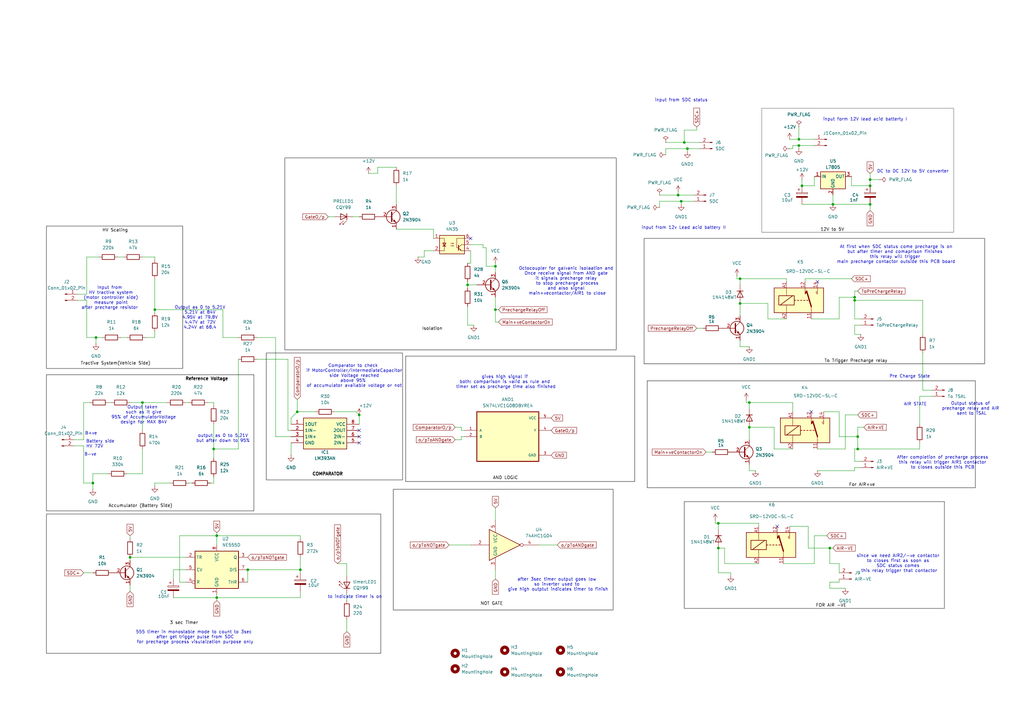
<source format=kicad_sch>
(kicad_sch (version 20231120) (generator "eeschema") (generator_version "8.0")
  (paper "A3")
  (junction (at 307.34 175.26))
  (junction (at 191.77 116.84))
  (junction (at 280.67 58.42))
  (junction (at 63.5 127))
  (junction (at 294.64 224.79))
  (junction (at 307.34 165.1))
  (junction (at 303.53 114.3))
  (junction (at 58.42 165.1))
  (junction (at 356.87 83.82))
  (junction (at 281.94 60.96))
  (junction (at 356.87 76.2))
  (junction (at 87.63 184.15))
  (junction (at 340.36 224.79))
  (junction (at 121.92 168.91))
  (junction (at 327.66 59.69))
  (junction (at 53.34 228.6))
  (junction (at 351.79 184.15))
  (junction (at 203.2 109.22))
  (junction (at 203.2 127))
  (junction (at 278.13 80.01))
  (junction (at 341.63 83.82))
  (junction (at 351.79 179.07))
  (junction (at 123.19 233.68))
  (junction (at 328.93 76.2))
  (junction (at 101.6 233.68))
  (junction (at 88.9 245.11))
  (junction (at 147.32 170.18))
  (junction (at 279.4 82.55))
  (junction (at 294.64 214.63))
  (junction (at 356.87 73.66))
  (junction (at 88.9 219.71))
  (junction (at 327.66 57.15))
  (junction (at 38.1 198.12))
  (junction (at 350.52 121.92))
  (junction (at 350.52 123.19))
  (junction (at 39.37 138.43))
  (junction (at 303.53 124.46))
  (no_connect (at 332.74 168.91))
  (no_connect (at 147.32 176.53))
  (no_connect (at 147.32 181.61))
  (no_connect (at 147.32 179.07))
  (no_connect (at 318.77 215.9))
  (no_connect (at 193.04 97.79))
  (no_connect (at 335.28 115.57))
  (wire (pts (xy 189.23 176.53) (xy 190.5 176.53)))
  (wire (pts (xy 327.66 59.69) (xy 334.01 59.69)))
  (wire (pts (xy 327.66 57.15) (xy 334.01 57.15)))
  (wire (pts (xy 344.17 231.14) (xy 344.17 234.95)))
  (wire (pts (xy 350.52 191.77) (xy 353.06 191.77)))
  (wire (pts (xy 317.5 184.15) (xy 325.12 184.15)))
  (wire (pts (xy 349.25 76.2) (xy 356.87 76.2)))
  (wire (pts (xy 137.16 168.91) (xy 146.05 168.91)))
  (wire (pts (xy 331.47 224.79) (xy 340.36 224.79)))
  (wire (pts (xy 35.56 123.19) (xy 35.56 138.43)))
  (wire (pts (xy 302.26 113.03) (xy 302.26 114.3)))
  (wire (pts (xy 341.63 224.79) (xy 340.36 224.79)))
  (wire (pts (xy 346.71 241.3) (xy 340.36 241.3)))
  (wire (pts (xy 113.03 179.07) (xy 119.38 179.07)))
  (wire (pts (xy 273.05 60.96) (xy 281.94 60.96)))
  (wire (pts (xy 49.53 138.43) (xy 52.07 138.43)))
  (wire (pts (xy 88.9 246.38) (xy 88.9 245.11)))
  (wire (pts (xy 88.9 245.11) (xy 88.9 243.84)))
  (wire (pts (xy 97.79 147.32) (xy 97.79 184.15)))
  (wire (pts (xy 177.8 93.98) (xy 177.8 97.79)))
  (wire (pts (xy 204.47 132.08) (xy 203.2 132.08)))
  (wire (pts (xy 314.96 130.81) (xy 322.58 130.81)))
  (wire (pts (xy 30.48 182.88) (xy 34.29 182.88)))
  (wire (pts (xy 344.17 179.07) (xy 351.79 179.07)))
  (wire (pts (xy 34.29 234.95) (xy 38.1 234.95)))
  (wire (pts (xy 307.34 175.26) (xy 307.34 180.34)))
  (wire (pts (xy 314.96 124.46) (xy 314.96 130.81)))
  (wire (pts (xy 31.75 123.19) (xy 35.56 123.19)))
  (wire (pts (xy 325.12 59.69) (xy 327.66 59.69)))
  (wire (pts (xy 321.31 231.14) (xy 334.01 231.14)))
  (wire (pts (xy 340.36 231.14) (xy 340.36 224.79)))
  (wire (pts (xy 123.19 242.57) (xy 123.19 245.11)))
  (wire (pts (xy 87.63 173.99) (xy 87.63 184.15)))
  (wire (pts (xy 311.15 214.63) (xy 311.15 215.9)))
  (wire (pts (xy 186.69 175.26) (xy 189.23 175.26)))
  (wire (pts (xy 378.46 123.19) (xy 378.46 137.16)))
  (wire (pts (xy 353.06 130.81) (xy 350.52 130.81)))
  (wire (pts (xy 38.1 198.12) (xy 38.1 200.66)))
  (wire (pts (xy 279.4 82.55) (xy 284.48 82.55)))
  (wire (pts (xy 297.18 224.79) (xy 294.64 224.79)))
  (wire (pts (xy 184.15 223.52) (xy 193.04 223.52)))
  (wire (pts (xy 58.42 105.41) (xy 63.5 105.41)))
  (wire (pts (xy 198.12 101.6) (xy 199.39 101.6)))
  (wire (pts (xy 123.19 233.68) (xy 123.19 234.95)))
  (wire (pts (xy 71.12 233.68) (xy 76.2 233.68)))
  (wire (pts (xy 302.26 114.3) (xy 303.53 114.3)))
  (wire (pts (xy 323.85 60.96) (xy 325.12 60.96)))
  (wire (pts (xy 199.39 109.22) (xy 203.2 109.22)))
  (wire (pts (xy 198.12 100.33) (xy 198.12 101.6)))
  (wire (pts (xy 173.99 102.87) (xy 177.8 102.87)))
  (wire (pts (xy 307.34 193.04) (xy 309.88 193.04)))
  (wire (pts (xy 317.5 175.26) (xy 317.5 184.15)))
  (wire (pts (xy 189.23 175.26) (xy 189.23 176.53)))
  (wire (pts (xy 334.01 219.71) (xy 339.09 219.71)))
  (wire (pts (xy 73.66 219.71) (xy 73.66 238.76)))
  (wire (pts (xy 351.79 184.15) (xy 351.79 179.07)))
  (wire (pts (xy 344.17 121.92) (xy 350.52 121.92)))
  (wire (pts (xy 356.87 83.82) (xy 356.87 86.36)))
  (wire (pts (xy 346.71 170.18) (xy 351.79 170.18)))
  (wire (pts (xy 335.28 193.04) (xy 350.52 193.04)))
  (wire (pts (xy 356.87 73.66) (xy 356.87 76.2)))
  (wire (pts (xy 189.23 180.34) (xy 186.69 180.34)))
  (wire (pts (xy 63.5 105.41) (xy 63.5 106.68)))
  (wire (pts (xy 87.63 184.15) (xy 97.79 184.15)))
  (wire (pts (xy 341.63 83.82) (xy 356.87 83.82)))
  (wire (pts (xy 293.37 213.36) (xy 293.37 214.63)))
  (wire (pts (xy 350.52 123.19) (xy 350.52 130.81)))
  (wire (pts (xy 71.12 245.11) (xy 88.9 245.11)))
  (wire (pts (xy 377.19 184.15) (xy 377.19 181.61)))
  (wire (pts (xy 303.53 114.3) (xy 303.53 116.84)))
  (wire (pts (xy 360.68 73.66) (xy 356.87 73.66)))
  (wire (pts (xy 162.56 76.2) (xy 162.56 83.82)))
  (wire (pts (xy 281.94 60.96) (xy 287.02 60.96)))
  (wire (pts (xy 344.17 130.81) (xy 344.17 121.92)))
  (wire (pts (xy 203.2 107.95) (xy 203.2 109.22)))
  (wire (pts (xy 194.31 133.35) (xy 191.77 133.35)))
  (wire (pts (xy 146.05 168.91) (xy 147.32 170.18)))
  (wire (pts (xy 353.06 189.23) (xy 350.52 189.23)))
  (wire (pts (xy 203.2 208.28) (xy 203.2 213.36)))
  (wire (pts (xy 334.01 72.39) (xy 334.01 76.2)))
  (wire (pts (xy 190.5 179.07) (xy 189.23 179.07)))
  (wire (pts (xy 59.69 138.43) (xy 63.5 138.43)))
  (wire (pts (xy 280.67 53.34) (xy 280.67 58.42)))
  (wire (pts (xy 285.75 52.07) (xy 285.75 53.34)))
  (wire (pts (xy 53.34 165.1) (xy 58.42 165.1)))
  (wire (pts (xy 154.94 71.12) (xy 151.13 71.12)))
  (wire (pts (xy 378.46 144.78) (xy 378.46 160.02)))
  (wire (pts (xy 346.71 184.15) (xy 346.71 170.18)))
  (wire (pts (xy 297.18 231.14) (xy 311.15 231.14)))
  (wire (pts (xy 63.5 114.3) (xy 63.5 127)))
  (wire (pts (xy 58.42 165.1) (xy 68.58 165.1)))
  (wire (pts (xy 203.2 121.92) (xy 203.2 127)))
  (wire (pts (xy 123.19 220.98) (xy 123.19 219.71)))
  (wire (pts (xy 121.92 163.83) (xy 121.92 168.91)))
  (wire (pts (xy 191.77 116.84) (xy 191.77 118.11)))
  (wire (pts (xy 88.9 245.11) (xy 123.19 245.11)))
  (wire (pts (xy 191.77 125.73) (xy 191.77 133.35)))
  (wire (pts (xy 123.19 219.71) (xy 88.9 219.71)))
  (wire (pts (xy 378.46 160.02) (xy 382.27 160.02)))
  (wire (pts (xy 193.04 107.95) (xy 191.77 107.95)))
  (wire (pts (xy 350.52 119.38) (xy 350.52 121.92)))
  (wire (pts (xy 118.11 176.53) (xy 119.38 176.53)))
  (wire (pts (xy 87.63 198.12) (xy 87.63 195.58)))
  (wire (pts (xy 191.77 116.84) (xy 195.58 116.84)))
  (wire (pts (xy 377.19 173.99) (xy 377.19 162.56)))
  (wire (pts (xy 173.99 105.41) (xy 171.45 105.41)))
  (wire (pts (xy 191.77 115.57) (xy 191.77 116.84)))
  (wire (pts (xy 278.13 80.01) (xy 284.48 80.01)))
  (wire (pts (xy 303.53 139.7) (xy 303.53 142.24)))
  (wire (pts (xy 129.54 168.91) (xy 121.92 168.91)))
  (wire (pts (xy 325.12 165.1) (xy 325.12 168.91)))
  (wire (pts (xy 91.44 127) (xy 91.44 138.43)))
  (wire (pts (xy 119.38 181.61) (xy 119.38 186.69)))
  (wire (pts (xy 58.42 184.15) (xy 58.42 194.31)))
  (wire (pts (xy 203.2 233.68) (xy 203.2 237.49)))
  (wire (pts (xy 76.2 165.1) (xy 77.47 165.1)))
  (wire (pts (xy 294.64 224.79) (xy 294.64 234.95)))
  (wire (pts (xy 327.66 60.96) (xy 327.66 59.69)))
  (wire (pts (xy 351.79 184.15) (xy 377.19 184.15)))
  (wire (pts (xy 39.37 138.43) (xy 39.37 140.97)))
  (wire (pts (xy 351.79 179.07) (xy 351.79 175.26)))
  (wire (pts (xy 330.2 114.3) (xy 349.25 114.3)))
  (wire (pts (xy 351.79 119.38) (xy 350.52 119.38)))
  (wire (pts (xy 350.52 137.16) (xy 350.52 133.35)))
  (wire (pts (xy 303.53 114.3) (xy 322.58 114.3)))
  (wire (pts (xy 350.52 133.35) (xy 353.06 133.35)))
  (wire (pts (xy 377.19 162.56) (xy 382.27 162.56)))
  (wire (pts (xy 58.42 165.1) (xy 58.42 176.53)))
  (wire (pts (xy 138.43 231.14) (xy 142.24 231.14)))
  (wire (pts (xy 39.37 138.43) (xy 41.91 138.43)))
  (wire (pts (xy 77.47 198.12) (xy 78.74 198.12)))
  (wire (pts (xy 63.5 127) (xy 91.44 127)))
  (wire (pts (xy 289.56 185.42) (xy 292.1 185.42)))
  (wire (pts (xy 34.29 180.34) (xy 34.29 165.1)))
  (wire (pts (xy 35.56 120.65) (xy 35.56 105.41)))
  (wire (pts (xy 331.47 215.9) (xy 331.47 224.79)))
  (wire (pts (xy 325.12 60.96) (xy 325.12 59.69)))
  (wire (pts (xy 63.5 127) (xy 63.5 128.27)))
  (wire (pts (xy 350.52 189.23) (xy 350.52 184.15)))
  (wire (pts (xy 63.5 138.43) (xy 63.5 135.89)))
  (wire (pts (xy 193.04 100.33) (xy 198.12 100.33)))
  (wire (pts (xy 53.34 228.6) (xy 53.34 229.87)))
  (wire (pts (xy 307.34 165.1) (xy 307.34 167.64)))
  (wire (pts (xy 113.03 138.43) (xy 105.41 138.43)))
  (wire (pts (xy 63.5 198.12) (xy 69.85 198.12)))
  (wire (pts (xy 327.66 52.07) (xy 327.66 57.15)))
  (wire (pts (xy 38.1 194.31) (xy 44.45 194.31)))
  (wire (pts (xy 203.2 127) (xy 204.47 127)))
  (wire (pts (xy 354.33 175.26) (xy 351.79 175.26)))
  (wire (pts (xy 199.39 101.6) (xy 199.39 109.22)))
  (wire (pts (xy 307.34 190.5) (xy 307.34 193.04)))
  (wire (pts (xy 34.29 198.12) (xy 38.1 198.12)))
  (wire (pts (xy 307.34 175.26) (xy 317.5 175.26)))
  (wire (pts (xy 193.04 102.87) (xy 193.04 107.95)))
  (wire (pts (xy 323.85 215.9) (xy 331.47 215.9)))
  (wire (pts (xy 113.03 138.43) (xy 113.03 179.07)))
  (wire (pts (xy 203.2 132.08) (xy 203.2 127)))
  (wire (pts (xy 88.9 218.44) (xy 88.9 219.71)))
  (wire (pts (xy 280.67 58.42) (xy 287.02 58.42)))
  (wire (pts (xy 53.34 228.6) (xy 76.2 228.6)))
  (wire (pts (xy 144.78 88.9) (xy 147.32 88.9)))
  (wire (pts (xy 350.52 184.15) (xy 351.79 184.15)))
  (wire (pts (xy 356.87 71.12) (xy 356.87 73.66)))
  (wire (pts (xy 162.56 93.98) (xy 177.8 93.98)))
  (wire (pts (xy 270.51 85.09) (xy 270.51 82.55)))
  (wire (pts (xy 332.74 130.81) (xy 344.17 130.81)))
  (wire (pts (xy 328.93 83.82) (xy 341.63 83.82)))
  (wire (pts (xy 88.9 223.52) (xy 88.9 219.71)))
  (wire (pts (xy 330.2 115.57) (xy 330.2 114.3)))
  (wire (pts (xy 328.93 73.66) (xy 328.93 76.2)))
  (wire (pts (xy 285.75 134.62) (xy 288.29 134.62)))
  (wire (pts (xy 297.18 224.79) (xy 297.18 231.14)))
  (wire (pts (xy 53.34 240.03) (xy 53.34 242.57)))
  (wire (pts (xy 203.2 109.22) (xy 203.2 111.76)))
  (wire (pts (xy 142.24 231.14) (xy 142.24 236.22)))
  (wire (pts (xy 294.64 234.95) (xy 299.72 234.95)))
  (wire (pts (xy 86.36 198.12) (xy 87.63 198.12)))
  (wire (pts (xy 294.64 214.63) (xy 294.64 217.17)))
  (wire (pts (xy 35.56 138.43) (xy 39.37 138.43)))
  (wire (pts (xy 270.51 80.01) (xy 278.13 80.01)))
  (wire (pts (xy 270.51 82.55) (xy 279.4 82.55)))
  (wire (pts (xy 121.92 168.91) (xy 119.38 171.45)))
  (wire (pts (xy 294.64 214.63) (xy 311.15 214.63)))
  (wire (pts (xy 285.75 53.34) (xy 280.67 53.34)))
  (wire (pts (xy 273.05 63.5) (xy 273.05 60.96)))
  (wire (pts (xy 134.62 88.9) (xy 137.16 88.9)))
  (wire (pts (xy 334.01 76.2) (xy 328.93 76.2)))
  (wire (pts (xy 34.29 165.1) (xy 36.83 165.1)))
  (wire (pts (xy 349.25 72.39) (xy 349.25 76.2)))
  (wire (pts (xy 189.23 179.07) (xy 189.23 180.34)))
  (wire (pts (xy 350.52 193.04) (xy 350.52 191.77)))
  (wire (pts (xy 344.17 231.14) (xy 340.36 231.14)))
  (wire (pts (xy 147.32 170.18) (xy 147.32 173.99)))
  (wire (pts (xy 303.53 124.46) (xy 303.53 129.54)))
  (wire (pts (xy 31.75 120.65) (xy 35.56 120.65)))
  (wire (pts (xy 306.07 165.1) (xy 307.34 165.1)))
  (wire (pts (xy 48.26 105.41) (xy 50.8 105.41)))
  (wire (pts (xy 118.11 147.32) (xy 118.11 176.53)))
  (wire (pts (xy 63.5 199.39) (xy 63.5 198.12)))
  (wire (pts (xy 52.07 194.31) (xy 58.42 194.31)))
  (wire (pts (xy 281.94 60.96) (xy 281.94 62.23)))
  (wire (pts (xy 154.94 68.58) (xy 154.94 71.12)))
  (wire (pts (xy 44.45 165.1) (xy 45.72 165.1)))
  (wire (pts (xy 85.09 165.1) (xy 87.63 165.1)))
  (wire (pts (xy 53.34 219.71) (xy 53.34 220.98)))
  (wire (pts (xy 307.34 165.1) (xy 325.12 165.1)))
  (wire (pts (xy 299.72 234.95) (xy 299.72 236.22)))
  (wire (pts (xy 34.29 182.88) (xy 34.29 198.12)))
  (wire (pts (xy 154.94 68.58) (xy 162.56 68.58)))
  (wire (pts (xy 38.1 194.31) (xy 38.1 198.12)))
  (wire (pts (xy 350.52 121.92) (xy 350.52 123.19)))
  (wire (pts (xy 71.12 237.49) (xy 71.12 233.68)))
  (wire (pts (xy 303.53 124.46) (xy 314.96 124.46)))
  (wire (pts (xy 87.63 165.1) (xy 87.63 166.37)))
  (wire (pts (xy 273.05 58.42) (xy 280.67 58.42)))
  (wire (pts (xy 91.44 138.43) (xy 97.79 138.43)))
  (wire (pts (xy 278.13 78.74) (xy 278.13 80.01)))
  (wire (pts (xy 350.52 123.19) (xy 378.46 123.19)))
  (wire (pts (xy 340.36 238.76) (xy 340.36 241.3)))
  (wire (pts (xy 306.07 163.83) (xy 306.07 165.1)))
  (wire (pts (xy 303.53 142.24) (xy 307.34 142.24)))
  (wire (pts (xy 173.99 102.87) (xy 173.99 105.41)))
  (wire (pts (xy 35.56 105.41) (xy 40.64 105.41)))
  (wire (pts (xy 119.38 171.45) (xy 119.38 173.99)))
  (wire (pts (xy 293.37 214.63) (xy 294.64 214.63)))
  (wire (pts (xy 101.6 233.68) (xy 101.6 238.76)))
  (wire (pts (xy 350.52 137.16) (xy 353.06 137.16)))
  (wire (pts (xy 73.66 238.76) (xy 76.2 238.76)))
  (wire (pts (xy 337.82 168.91) (xy 344.17 168.91)))
  (wire (pts (xy 335.28 184.15) (xy 346.71 184.15)))
  (wire (pts (xy 88.9 219.71) (xy 73.66 219.71)))
  (wire (pts (xy 123.19 228.6) (xy 123.19 233.68)))
  (wire (pts (xy 322.58 114.3) (xy 322.58 115.57)))
  (wire (pts (xy 334.01 231.14) (xy 334.01 219.71)))
  (wire (pts (xy 340.36 238.76) (xy 344.17 238.76)))
  (wire (pts (xy 341.63 80.01) (xy 341.63 83.82)))
  (wire (pts (xy 279.4 82.55) (xy 279.4 83.82)))
  (wire (pts (xy 30.48 180.34) (xy 34.29 180.34)))
  (wire (pts (xy 142.24 243.84) (xy 142.24 246.38)))
  (wire (pts (xy 118.11 147.32) (xy 105.41 147.32)))
  (wire (pts (xy 220.98 223.52) (xy 228.6 223.52)))
  (wire (pts (xy 344.17 238.76) (xy 344.17 237.49)))
  (wire (pts (xy 87.63 184.15) (xy 87.63 187.96)))
  (wire (pts (xy 323.85 57.15) (xy 327.66 57.15)))
  (wire (pts (xy 142.24 254) (xy 142.24 259.08)))
  (wire (pts (xy 344.17 168.91) (xy 344.17 179.07)))
  (wire (pts (xy 101.6 233.68) (xy 123.19 233.68)))
  (rectangle (start 19.05 92.71) (end 74.93 151.13) (stroke (width 0) (color 0 0 0 1)))
  (rectangle (start 109.22 144.78) (end 165.1 196.85) (stroke (width 0) (color 0 0 0 1)))
  (rectangle (start 116.84 64.77) (end 252.73 143.51) (stroke (width 0) (color 0 0 0 1)))
  (rectangle (start 312.42 44.45) (end 391.16 95.25) (stroke (width 0.1) (color 0 0 0 1)))
  (rectangle (start 264.16 97.79) (end 403.86 149.225) (stroke (width 0) (color 0 0 0 1)))
  (rectangle (start 280.67 205.74) (end 387.35 249.555) (stroke (width 0) (color 0 0 0 1)))
  (rectangle (start 19.05 153.67) (end 104.14 209.55) (stroke (width 0) (color 0 0 0 1)))
  (rectangle (start 265.43 156.21) (end 400.05 200.025) (stroke (width 0) (color 0 0 0 1)))
  (rectangle (start 161.29 200.66) (end 251.46 250.19) (stroke (width 0) (color 0 0 0 1)))
  (rectangle (start 19.05 210.82) (end 156.21 267.97) (stroke (width 0) (color 0 0 0 1)))
  (rectangle (start 166.37 146.05) (end 260.35 197.485) (stroke (width 0) (color 0 0 0 1)))
  (text "since we need AIR2/-ve contactor \nto closes first as soon as \nSDC status comes \nthis relay trigger that contactor" (at 368.808 231.14 0) (effects (font (size 1.27 1.27))))
  (text "B+ve" (at 37.338 177.8 0) (effects (font (size 1.27 1.27))))
  (text "FOR AIR -VE" (at 340.868 248.412 0) (effects (font (size 1.27 1.27))))
  (text "After completion of precharge process\nthis relay will trigger AIR1 contactor\n to closes outside this PCB " (at 386.588 189.738 0) (effects (font (size 1.27 1.27))))
  (text "Output taken \nsuch as it give\n95% of AccumulatorVoltage\ndesign for MAX 84V" (at 58.928 170.18 0) (effects (font (size 1.27 1.27))))
  (text "B-ve" (at 37.084 186.436 0) (effects (font (size 1.27 1.27))))
  (text "Battery side" (at 41.148 181.102 0) (effects (font (size 1.27 1.27))))
  (text "output as 0 to 5.21V\nbut after down to 95%" (at 91.44 179.832 0) (effects (font (size 1.27 1.27))))
  (text "COMPARATOR" (at 134.366 194.564 0) (effects (font (size 1.27 1.27) (thickness 0.254) (bold yes))))
  (text "Output status of \nprecharge relay and AIR \nsent to TSAL" (at 398.526 167.64 0) (effects (font (size 1.27 1.27))))
  (text "input from SDC status" (at 279.4 41.148 0) (effects (font (size 1.27 1.27))))
  (text "NOT GATE" (at 201.676 247.65 0) (effects (font (size 1.27 1.27))))
  (text "Comparator to check \nif MotorController/intermediateCapacitor\nside Voltage reached\nabove 95% \nof accumulator available voltage or not" (at 145.288 154.178 0) (effects (font (size 1.27 1.27))))
  (text "Isolation" (at 177.292 134.874 0) (effects (font (size 1.27 1.27))))
  (text "At first when SDC status come precharge is on\nbut after timer and comaprison finishes \nthis relay will trigger \nmain precharge contactor outside this PCB board" (at 367.538 104.394 0) (effects (font (size 1.27 1.27))))
  (text "3 sec Timer" (at 75.438 255.524 0) (effects (font (size 1.27 1.27))))
  (text "after 3sec timer output goes low \nso inverter used to \ngive high outptut indicates timer to finish" (at 228.854 239.776 0) (effects (font (size 1.27 1.27))))
  (text "Reference Voltage" (at 75.946 156.21 0) (effects (font (size 1.27 1.27) (thickness 0.254) (bold yes)) (justify left bottom)))
  (text "Pre Charge State" (at 373.126 154.432 0) (effects (font (size 1.27 1.27))))
  (text "12V to 5V\n" (at 341.376 94.234 0) (effects (font (size 1.27 1.27))))
  (text "555 timer in monostable mode to count to 3sec \nafter get trigger pulse from SDC\nfor precharge process visulaization purpose only" (at 80.01 261.366 0) (effects (font (size 1.27 1.27))))
  (text "gives high signal if \nboth: comparison is valid as rule and \ntimer set as precharge time also finished" (at 207.518 156.718 0) (effects (font (size 1.27 1.27))))
  (text "input form 12V lead acid batterty I" (at 354.838 49.022 0) (effects (font (size 1.27 1.27))))
  (text "Output as 0 to 5.21V\n5.21V at 84V\n4.95V at 79.8V\n4.47V at 72V\n4.24V at 68.4" (at 82.042 130.302 0) (effects (font (size 1.27 1.27))))
  (text "AIR STATE\n" (at 375.412 165.862 0) (effects (font (size 1.27 1.27))))
  (text "DC to DC 12V to 5V converter" (at 374.396 70.358 0) (effects (font (size 1.27 1.27))))
  (text "Tractive System(Vehicle Side)" (at 33.02 149.86 0) (effects (font (size 1.27 1.27)) (justify left bottom)))
  (text "HV 72V" (at 38.862 183.134 0) (effects (font (size 1.27 1.27))))
  (text "Octocoupler for galvanic isolaation and \nOnce receive signal from AND gate \nit signals precharge relay \nto stop precharge process\nand also signal \nmain+vecontactor/AIR1 to close" (at 232.664 115.316 0) (effects (font (size 1.27 1.27))))
  (text "HV Scaling" (at 41.91 95.25 0) (effects (font (size 1.27 1.27)) (justify left bottom)))
  (text "Input from \nHV tractive system\n(motor controller side)\nmeasure point\nafter precharge resistor " (at 45.466 122.174 0) (effects (font (size 1.27 1.27))))
  (text "For AIR+ve" (at 353.568 198.882 0) (effects (font (size 1.27 1.27))))
  (text "AND LOGIC \n" (at 207.772 196.088 0) (effects (font (size 1.27 1.27))))
  (text "to indicate timer is on" (at 145.542 244.856 0) (effects (font (size 1.27 1.27))))
  (text "Accumulator (Battery Side)" (at 44.45 208.28 0) (effects (font (size 1.27 1.27)) (justify left bottom)))
  (text "To Trigger Precharge relay" (at 351.028 148.082 0) (effects (font (size 1.27 1.27))))
  (text "input from 12v Lead acid battery II" (at 280.416 93.472 0) (effects (font (size 1.27 1.27))))
  (global_label "GateO{slash}p" (shape input) (at 226.06 176.53 0) (property "Intersheetrefs" "${INTERSHEET_REFS}" (effects (hide yes))))
  (global_label "PrechargeRelayOff" (shape input) (at 285.75 134.62 180) (property "Intersheetrefs" "${INTERSHEET_REFS}" (effects (hide yes))))
  (global_label "o{slash}pToNOTgate" (shape input) (at 138.43 231.14 90) (property "Intersheetrefs" "${INTERSHEET_REFS}" (effects (hide yes))))
  (global_label "SDC+" (shape input) (at 34.29 234.95 180) (property "Intersheetrefs" "${INTERSHEET_REFS}" (effects (hide yes))))
  (global_label "SDC+" (shape input) (at 351.79 170.18 0) (property "Intersheetrefs" "${INTERSHEET_REFS}" (effects (hide yes))))
  (global_label "Main+veContactorOn" (shape input) (at 289.56 185.42 180) (property "Intersheetrefs" "${INTERSHEET_REFS}" (effects (hide yes))))
  (global_label "GND" (shape input) (at 203.2 237.49 270) (property "Intersheetrefs" "${INTERSHEET_REFS}" (effects (hide yes))))
  (global_label "SDC+" (shape input) (at 285.75 52.07 90) (property "Intersheetrefs" "${INTERSHEET_REFS}" (effects (hide yes))))
  (global_label "GND" (shape input) (at 142.24 259.08 270) (property "Intersheetrefs" "${INTERSHEET_REFS}" (effects (hide yes))))
  (global_label "Main+veContactorOn" (shape input) (at 204.47 132.08 0) (property "Intersheetrefs" "${INTERSHEET_REFS}" (effects (hide yes))))
  (global_label "ToPreChargeRelay" (shape input) (at 351.79 119.38 0) (property "Intersheetrefs" "${INTERSHEET_REFS}" (effects (hide yes))))
  (global_label "GND" (shape input) (at 356.87 86.36 270) (property "Intersheetrefs" "${INTERSHEET_REFS}" (effects (hide yes))))
  (global_label "AIR+VE" (shape input) (at 354.33 175.26 0) (property "Intersheetrefs" "${INTERSHEET_REFS}" (effects (hide yes))))
  (global_label "5V" (shape input) (at 88.9 218.44 90) (property "Intersheetrefs" "${INTERSHEET_REFS}" (effects (hide yes))))
  (global_label "o{slash}pToANDgate" (shape input) (at 186.69 180.34 180) (property "Intersheetrefs" "${INTERSHEET_REFS}" (effects (hide yes))))
  (global_label "GND" (shape input) (at 226.06 186.69 0) (property "Intersheetrefs" "${INTERSHEET_REFS}" (effects (hide yes))))
  (global_label "5V" (shape input) (at 226.06 171.45 0) (property "Intersheetrefs" "${INTERSHEET_REFS}" (effects (hide yes))))
  (global_label "SDC+" (shape input) (at 349.25 114.3 0) (property "Intersheetrefs" "${INTERSHEET_REFS}" (effects (hide yes))))
  (global_label "PrechargeRelayOff" (shape input) (at 204.47 127 0) (property "Intersheetrefs" "${INTERSHEET_REFS}" (effects (hide yes))))
  (global_label "o{slash}pToANDgate" (shape input) (at 228.6 223.52 0) (property "Intersheetrefs" "${INTERSHEET_REFS}" (effects (hide yes))))
  (global_label "ComparatorO{slash}p" (shape input) (at 121.92 163.83 90) (property "Intersheetrefs" "${INTERSHEET_REFS}" (effects (hide yes))))
  (global_label "5V" (shape input) (at 203.2 208.28 90) (property "Intersheetrefs" "${INTERSHEET_REFS}" (effects (hide yes))))
  (global_label "SDC+" (shape input) (at 339.09 219.71 0) (property "Intersheetrefs" "${INTERSHEET_REFS}" (effects (hide yes))))
  (global_label "GND" (shape input) (at 88.9 246.38 270) (property "Intersheetrefs" "${INTERSHEET_REFS}" (effects (hide yes))))
  (global_label "5V" (shape input) (at 356.87 71.12 90) (property "Intersheetrefs" "${INTERSHEET_REFS}" (effects (hide yes))))
  (global_label "GateO{slash}p" (shape input) (at 134.62 88.9 180) (property "Intersheetrefs" "${INTERSHEET_REFS}" (effects (hide yes))))
  (global_label "ComparatorO{slash}p" (shape input) (at 186.69 175.26 180) (property "Intersheetrefs" "${INTERSHEET_REFS}" (effects (hide yes))))
  (global_label "o{slash}pToNOTgate" (shape input) (at 184.15 223.52 180) (property "Intersheetrefs" "${INTERSHEET_REFS}" (effects (hide yes))))
  (global_label "AIR-VE" (shape input) (at 341.63 224.79 0) (property "Intersheetrefs" "${INTERSHEET_REFS}" (effects (hide yes))))
  (global_label "GND" (shape input) (at 53.34 242.57 270) (property "Intersheetrefs" "${INTERSHEET_REFS}" (effects (hide yes))))
  (global_label "o{slash}pToNOTgate" (shape input) (at 101.6 228.6 0) (property "Intersheetrefs" "${INTERSHEET_REFS}" (effects (hide yes))))
  (global_label "5V" (shape input) (at 53.34 219.71 90) (property "Intersheetrefs" "${INTERSHEET_REFS}" (effects (hide yes))))
  (symbol (lib_id "power:GND") (at 39.37 140.97 0) (unit 1)
    (property "Reference" "#PWR011" (effects (hide yes)))
    (property "Value" "GND" (at 39.37 146.05 0))
    (property "Description" "Power symbol creates a global label with name \"GND\" , ground" (effects (hide yes)))
  )
  (symbol (lib_id "power:GND") (at 327.66 60.96 0) (unit 1)
    (property "Reference" "#PWR01" (effects (hide yes)))
    (property "Value" "GND" (at 327.66 66.04 0))
    (property "Description" "Power symbol creates a global label with name \"GND\" , ground" (effects (hide yes)))
  )
  (symbol (lib_id "power:+12V") (at 151.13 71.12 0) (unit 1)
    (property "Reference" "#PWR012" (effects (hide yes)))
    (property "Value" "+12V" (at 151.13 66.04 0))
    (property "Description" "Power symbol creates a global label with name \"+12V\"" (effects (hide yes)))
  )
  (symbol (lib_id "Connector:Conn_01x02_Pin") (at 292.1 60.96 180) (unit 1)
    (property "Reference" "J6" (at 293.37 58.4199 0) (effects (justify right)))
    (property "Value" "SDC" (at 293.37 60.9599 0) (effects (justify right)))
    (property "Footprint" "TerminalBlock_Phoenix:TerminalBlock_Phoenix_MKDS-1,5-2-5.08_1x02_P5.08mm_Horizontal" (effects (hide yes)))
    (property "Description" "Generic connector, single row, 01x02, script generated" (effects (hide yes)))
  )
  (symbol (lib_id "power:+12V") (at 328.93 73.66 0) (unit 1)
    (property "Reference" "#PWR02" (effects (hide yes)))
    (property "Value" "+12V" (at 328.93 69.596 0))
    (property "Description" "Power symbol creates a global label with name \"+12V\"" (effects (hide yes)))
  )
  (symbol (lib_id "Transistor_BJT:2N3904") (at 300.99 134.62 0) (unit 1)
    (property "Reference" "Q4" (at 306.07 133.3499 0) (effects (justify left)))
    (property "Value" "2N3904" (at 306.07 135.8899 0) (effects (justify left)))
    (property "Footprint" "Package_TO_SOT_THT:TO-92_Inline_Wide" (effects (hide yes)))
    (property "Datasheet" "https://www.onsemi.com/pub/Collateral/2N3903-D.PDF" (effects (hide yes)))
    (property "Description" "0.2A Ic, 40V Vce, Small Signal NPN Transistor, TO-92" (effects (hide yes)))
  )
  (symbol (lib_id "Device:R") (at 191.77 121.92 0) (unit 1)
    (property "Reference" "R31" (at 194.31 120.65 0) (effects (justify left)))
    (property "Value" "10k" (at 194.31 123.19 0) (effects (justify left)))
    (property "Footprint" "Resistor_THT:R_Axial_DIN0207_L6.3mm_D2.5mm_P10.16mm_Horizontal" (effects (hide yes)))
  )
  (symbol (lib_name "GND1_1") (lib_id "power:GND1") (at 194.31 133.35 0) (unit 1)
    (property "Reference" "#PWR019" (effects (hide yes)))
    (property "Value" "GND1" (at 194.31 138.43 0))
    (property "Description" "Power symbol creates a global label with name \"GND1\" , ground" (effects (hide yes)))
  )
  (symbol (lib_id "Device:C_Polarized") (at 328.93 80.01 0) (unit 1)
    (property "Reference" "C3" (at 321.564 80.01 0) (effects (justify left)))
    (property "Value" "10uF" (at 320.548 82.042 0) (effects (justify left)))
    (property "Footprint" "Capacitor_THT:CP_Radial_D4.0mm_P2.00mm" (effects (hide yes)))
    (property "Description" "Polarized capacitor" (effects (hide yes)))
  )
  (symbol (lib_id "Device:R") (at 54.61 105.41 90) (unit 1)
    (property "Reference" "R13" (at 54.61 99.06 90))
    (property "Value" "47k" (at 54.61 101.6 90))
    (property "Footprint" "Resistor_THT:R_Axial_DIN0207_L6.3mm_D2.5mm_P10.16mm_Horizontal" (effects (hide yes)))
  )
  (symbol (lib_id "Connector:Conn_01x02_Pin") (at 349.25 237.49 180) (unit 1)
    (property "Reference" "J9" (at 350.52 234.9499 0) (effects (justify right)))
    (property "Value" "AIR-VE" (at 350.52 237.4899 0) (effects (justify right)))
    (property "Footprint" "TerminalBlock_Phoenix:TerminalBlock_Phoenix_MKDS-1,5-2-5.08_1x02_P5.08mm_Horizontal" (effects (hide yes)))
    (property "Description" "Generic connector, single row, 01x02, script generated" (effects (hide yes)))
  )
  (symbol (lib_id "power:+12V") (at 203.2 107.95 0) (unit 1)
    (property "Reference" "#PWR013" (effects (hide yes)))
    (property "Value" "VCC" (at 203.2 102.87 0))
    (property "Description" "Power symbol creates a global label with name \"+12V\"" (effects (hide yes)))
  )
  (symbol (lib_id "power:PWR_FLAG") (at 273.05 63.5 90) (unit 1)
    (property "Reference" "#FLG04" (effects (hide yes)))
    (property "Value" "PWR_FLAG" (at 269.24 63.4999 90) (effects (justify left)))
    (property "Description" "Special symbol for telling ERC where power comes from" (effects (hide yes)))
  )
  (symbol (lib_id "Device:R") (at 101.6 138.43 90) (unit 1)
    (property "Reference" "R26" (at 101.6 132.08 90))
    (property "Value" "1k" (at 101.6 134.62 90))
    (property "Footprint" "Resistor_THT:R_Axial_DIN0207_L6.3mm_D2.5mm_P10.16mm_Horizontal" (effects (hide yes)))
  )
  (symbol (lib_id "Connector:Conn_01x02_Pin") (at 358.14 133.35 180) (unit 1)
    (property "Reference" "J5" (at 359.41 130.8099 0) (effects (justify right)))
    (property "Value" "ToPreChargeRelay" (at 359.41 133.3499 0) (effects (justify right)))
    (property "Footprint" "TerminalBlock_Phoenix:TerminalBlock_Phoenix_MKDS-1,5-2-5.08_1x02_P5.08mm_Horizontal" (effects (hide yes)))
    (property "Description" "Generic connector, single row, 01x02, script generated" (effects (hide yes)))
  )
  (symbol (lib_id "Connector:Conn_01x02_Pin") (at 387.35 162.56 180) (unit 1)
    (property "Reference" "J8" (at 388.62 160.0199 0) (effects (justify right)))
    (property "Value" "To TSAL" (at 388.62 162.5599 0) (effects (justify right)))
    (property "Footprint" "TerminalBlock_Phoenix:TerminalBlock_Phoenix_MKDS-1,5-2-5.08_1x02_P5.08mm_Horizontal" (effects (hide yes)))
    (property "Description" "Generic connector, single row, 01x02, script generated" (effects (hide yes)))
  )
  (symbol (lib_id "Diode:1N4148WT") (at 307.34 171.45 270) (unit 1)
    (property "Reference" "D2" (at 301.244 170.688 90) (effects (justify left)))
    (property "Value" "1N4148WT" (at 295.91 172.72 90) (effects (justify left)))
    (property "Footprint" "Diode_THT:D_A-405_P7.62mm_Horizontal" (effects (hide yes)))
    (property "Datasheet" "https://www.diodes.com/assets/Datasheets/ds30396.pdf" (effects (hide yes)))
    (property "Description" "75V 0.15A Fast switching Diode, SOD-523" (effects (hide yes)))
    (property "Sim.Device" "D" (effects (hide yes)))
    (property "Sim.Pins" "1=K 2=A" (effects (hide yes)))
  )
  (symbol (lib_id "Isolator:4N35") (at 185.42 100.33 0) (unit 1)
    (property "Reference" "U3" (at 185.42 91.44 0))
    (property "Value" "4N35" (at 185.42 93.98 0))
    (property "Footprint" "Package_DIP:DIP-6_W7.62mm" (effects (hide yes)))
    (property "Datasheet" "https://www.vishay.com/docs/81181/4n35.pdf" (effects (hide yes)))
  )
  (symbol (lib_id "Single AND Gate:SN74LVC1G08DBVRE4") (at 208.28 179.07 0) (unit 1)
    (property "Reference" "AND1" (at 208.28 163.83 0))
    (property "Value" "SN74LVC1G08DBVRE4" (at 208.28 166.37 0))
    (property "Footprint" "SN74LVC1G08DBVRE4:SOT95P280X145-5N" (effects (hide yes)))
    (property "MF" "Texas Instruments" (effects (hide yes)))
    (property "Description_1" "\nSingle 2-Input Positive-AND Gate 5-SOT-23 -40 to 125\n" (effects (hide yes)))
    (property "Package" "SOT-23-5 Texas Instruments" (effects (hide yes)))
    (property "Price" "None" (effects (hide yes)))
    (property "SnapEDA_Link" "https://www.snapeda.com/parts/SN74LVC1G08DBVRE4/Texas+Instruments/view-part/?ref=snap" (effects (hide yes)))
    (property "MP" "SN74LVC1G08DBVRE4" (effects (hide yes)))
    (property "Purchase-URL" "https://www.snapeda.com/api/url_track_click_mouser/?unipart_id=1209216&manufacturer=Texas Instruments&part_name=SN74LVC1G08DBVRE4&search_term=sn74lvc1g08" (effects (hide yes)))
    (property "Availability" "In Stock" (effects (hide yes)))
    (property "Check_prices" "https://www.snapeda.com/parts/SN74LVC1G08DBVRE4/Texas+Instruments/view-part/?ref=eda" (effects (hide yes)))
  )
  (symbol (lib_id "power:+12V") (at 147.32 170.18 0) (unit 1)
    (property "Reference" "#PWR017" (effects (hide yes)))
    (property "Value" "+12V" (at 149.86 166.37 0))
  )
  (symbol (lib_id "Device:R") (at 87.63 191.77 0) (unit 1)
    (property "Reference" "R25" (at 90.17 190.5 0) (effects (justify left)))
    (property "Value" "12k" (at 90.17 193.04 0) (effects (justify left)))
    (property "Footprint" "Resistor_THT:R_Axial_DIN0207_L6.3mm_D2.5mm_P10.16mm_Horizontal" (effects (hide yes)))
  )
  (symbol (lib_id "Diode:1N4148WT") (at 294.64 220.98 270) (unit 1)
    (property "Reference" "D1" (at 288.544 220.218 90) (effects (justify left)))
    (property "Value" "1N4148WT" (at 283.21 222.25 90) (effects (justify left)))
    (property "Footprint" "Diode_THT:D_A-405_P7.62mm_Horizontal" (effects (hide yes)))
    (property "Datasheet" "https://www.diodes.com/assets/Datasheets/ds30396.pdf" (effects (hide yes)))
    (property "Description" "75V 0.15A Fast switching Diode, SOD-523" (effects (hide yes)))
    (property "Sim.Device" "D" (effects (hide yes)))
    (property "Sim.Pins" "1=K 2=A" (effects (hide yes)))
  )
  (symbol (lib_id "Relay:Relay_SPDT") (at 330.2 176.53 0) (unit 1)
    (property "Reference" "K4" (at 328.676 159.004 0) (effects (justify left)))
    (property "Value" "SRD-12VDC-SL-C" (at 325.374 162.306 0) (effects (justify left)))
    (property "Footprint" "Relay_THT:Relay_SPDT_Hongfa_HF3F-L-xx-1ZL1T" (effects (hide yes)))
    (property "Description" "Relay SPDT, monostable, EN50005" (effects (hide yes)))
  )
  (symbol (lib_id "Device:R") (at 63.5 110.49 0) (unit 1)
    (property "Reference" "R15" (at 66.04 109.22 0) (effects (justify left)))
    (property "Value" "20k" (at 66.04 111.76 0) (effects (justify left)))
    (property "Footprint" "Resistor_THT:R_Axial_DIN0207_L6.3mm_D2.5mm_P10.16mm_Horizontal" (effects (hide yes)))
  )
  (symbol (lib_id "Device:R") (at 58.42 180.34 0) (unit 1)
    (property "Reference" "R14" (at 60.96 179.07 0) (effects (justify left)))
    (property "Value" "470k" (at 60.96 181.61 0) (effects (justify left)))
    (property "Footprint" "Resistor_THT:R_Axial_DIN0207_L6.3mm_D2.5mm_P10.16mm_Horizontal" (effects (hide yes)))
  )
  (symbol (lib_id "power:GND") (at 38.1 200.66 0) (unit 1)
    (property "Reference" "#PWR09" (effects (hide yes)))
    (property "Value" "GND" (at 38.1 205.74 0))
    (property "Description" "Power symbol creates a global label with name \"GND\" , ground" (effects (hide yes)))
  )
  (symbol (lib_id "power:PWR_FLAG") (at 270.51 80.01 0) (unit 1)
    (property "Reference" "#FLG05" (effects (hide yes)))
    (property "Value" "PWR_FLAG" (at 270.51 74.93 0))
    (property "Description" "Special symbol for telling ERC where power comes from" (effects (hide yes)))
  )
  (symbol (lib_id "power:PWR_FLAG") (at 270.51 85.09 90) (unit 1)
    (property "Reference" "#FLG06" (effects (hide yes)))
    (property "Value" "PWR_FLAG" (at 266.7 85.0899 90) (effects (justify left)))
    (property "Description" "Special symbol for telling ERC where power comes from" (effects (hide yes)))
  )
  (symbol (lib_id "Device:R") (at 123.19 224.79 180) (unit 1)
    (property "Reference" "R3" (at 125.73 223.5199 0) (effects (justify right)))
    (property "Value" "272k" (at 125.73 226.0599 0) (effects (justify right)))
    (property "Footprint" "Resistor_THT:R_Axial_DIN0207_L6.3mm_D2.5mm_P10.16mm_Horizontal" (effects (hide yes)))
    (property "Description" "Resistor" (effects (hide yes)))
  )
  (symbol (lib_name "GND1_1") (lib_id "power:GND1") (at 335.28 193.04 0) (unit 1)
    (property "Reference" "#PWR023" (effects (hide yes)))
    (property "Value" "GND1" (at 335.28 198.12 0))
    (property "Description" "Power symbol creates a global label with name \"GND1\" , ground" (effects (hide yes)))
  )
  (symbol (lib_id "Connector:Conn_01x02_Pin") (at 339.09 57.15 0) (mirror y) (unit 1)
    (property "Reference" "J1" (at 337.566 54.61 0) (effects (justify right)))
    (property "Value" "Conn_01x02_Pin" (at 339.852 54.61 0) (effects (justify right)))
    (property "Footprint" "TerminalBlock_Phoenix:TerminalBlock_Phoenix_MKDS-1,5-2-5.08_1x02_P5.08mm_Horizontal" (effects (hide yes)))
    (property "Description" "Generic connector, single row, 01x02, script generated" (effects (hide yes)))
  )
  (symbol (lib_id "Mechanical:MountingHole") (at 186.69 274.32 0) (unit 1) (exclude_from_sim yes) (in_bom no)
    (property "Reference" "H2" (at 189.23 273.0499 0) (effects (justify left)))
    (property "Value" "MountingHole" (at 189.23 275.5899 0) (effects (justify left)))
    (property "Footprint" "MountingHole:MountingHole_4.3mm_M4" (effects (hide yes)))
    (property "Description" "Mounting Hole without connection" (effects (hide yes)))
  )
  (symbol (lib_id "Transistor_BJT:2N3904") (at 304.8 185.42 0) (unit 1)
    (property "Reference" "Q3" (at 309.88 184.1499 0) (effects (justify left)))
    (property "Value" "2N3904" (at 309.88 186.6899 0) (effects (justify left)))
    (property "Footprint" "Package_TO_SOT_THT:TO-92_Inline_Wide" (effects (hide yes)))
    (property "Datasheet" "https://www.onsemi.com/pub/Collateral/2N3903-D.PDF" (effects (hide yes)))
    (property "Description" "0.2A Ic, 40V Vce, Small Signal NPN Transistor, TO-92" (effects (hide yes)))
  )
  (symbol (lib_id "Transistor_BJT:2N3904") (at 160.02 88.9 0) (unit 1)
    (property "Reference" "Q2" (at 165.1 87.6299 0) (effects (justify left)))
    (property "Value" "2N3904" (at 165.1 90.1699 0) (effects (justify left)))
    (property "Footprint" "Package_TO_SOT_THT:TO-92_Inline_Wide" (effects (hide yes)))
    (property "Datasheet" "https://www.onsemi.com/pub/Collateral/2N3903-D.PDF" (effects (hide yes)))
    (property "Description" "0.2A Ic, 40V Vce, Small Signal NPN Transistor, TO-92" (effects (hide yes)))
  )
  (symbol (lib_id "Device:R") (at 162.56 72.39 180) (unit 1)
    (property "Reference" "R17" (at 165.1 71.1199 0) (effects (justify right)))
    (property "Value" "1k" (at 165.1 73.6599 0) (effects (justify right)))
    (property "Footprint" "Resistor_THT:R_Axial_DIN0207_L6.3mm_D2.5mm_P10.16mm_Horizontal" (effects (hide yes)))
    (property "Description" "Resistor" (effects (hide yes)))
  )
  (symbol (lib_id "74xGxx:74AHC1G04") (at 208.28 223.52 0) (unit 1)
    (property "Reference" "U4" (at 220.98 217.2014 0))
    (property "Value" "74AHC1G04" (at 220.98 219.7414 0))
    (property "Footprint" "Package_TO_SOT_SMD:SOT-23-5" (effects (hide yes)))
    (property "Datasheet" "http://www.ti.com/lit/sg/scyt129e/scyt129e.pdf" (effects (hide yes)))
    (property "Description" "Single NOT Gate, Low-Voltage CMOS" (effects (hide yes)))
  )
  (symbol (lib_name "GND1_1") (lib_id "power:GND1") (at 299.72 236.22 0) (unit 1)
    (property "Reference" "#PWR024" (effects (hide yes)))
    (property "Value" "GND1" (at 299.72 241.3 0))
    (property "Description" "Power symbol creates a global label with name \"GND1\" , ground" (effects (hide yes)))
  )
  (symbol (lib_id "Transistor_BJT:2N3904") (at 200.66 116.84 0) (unit 1)
    (property "Reference" "Q6" (at 205.74 115.5699 0) (effects (justify left)))
    (property "Value" "2N3904" (at 205.74 118.1099 0) (effects (justify left)))
    (property "Footprint" "Package_TO_SOT_THT:TO-92_Inline_Wide" (effects (hide yes)))
    (property "Datasheet" "https://www.onsemi.com/pub/Collateral/2N3903-D.PDF" (effects (hide yes)))
    (property "Description" "0.2A Ic, 40V Vce, Small Signal NPN Transistor, TO-92" (effects (hide yes)))
  )
  (symbol (lib_id "Device:R") (at 292.1 134.62 90) (unit 1)
    (property "Reference" "R6" (at 291.846 130.048 90))
    (property "Value" "1k" (at 291.846 131.826 90))
    (property "Footprint" "Resistor_THT:R_Axial_DIN0207_L6.3mm_D2.5mm_P10.16mm_Horizontal" (effects (hide yes)))
    (property "Description" "Resistor" (effects (hide yes)))
  )
  (symbol (lib_id "Device:R") (at 73.66 198.12 90) (unit 1)
    (property "Reference" "R21" (at 73.66 191.77 90))
    (property "Value" "1k" (at 73.66 194.31 90))
    (property "Footprint" "Resistor_THT:R_Axial_DIN0207_L6.3mm_D2.5mm_P10.16mm_Horizontal" (effects (hide yes)))
  )
  (symbol (lib_id "Device:R") (at 72.39 165.1 270) (unit 1)
    (property "Reference" "R20" (at 72.39 158.75 90))
    (property "Value" "220k" (at 72.39 161.29 90))
    (property "Footprint" "Resistor_THT:R_Axial_DIN0207_L6.3mm_D2.5mm_P10.16mm_Horizontal" (effects (hide yes)))
  )
  (symbol (lib_id "Regulator_Linear:L7805") (at 341.63 72.39 0) (unit 1)
    (property "Reference" "U5" (at 341.63 66.04 0))
    (property "Value" "L7805" (at 341.63 68.58 0))
    (property "Footprint" "Package_TO_SOT_THT:TO-220-3_Vertical" (effects (hide yes)))
    (property "Datasheet" "http://www.st.com/content/ccc/resource/technical/document/datasheet/41/4f/b3/b0/12/d4/47/88/CD00000444.pdf/files/CD00000444.pdf/jcr:content/translations/en.CD00000444.pdf" (effects (hide yes)))
    (property "Description" "Positive 1.5A 35V Linear Regulator, Fixed Output 5V, TO-220/TO-263/TO-252" (effects (hide yes)))
  )
  (symbol (lib_id "Device:R") (at 151.13 88.9 90) (unit 1)
    (property "Reference" "R4" (at 151.13 82.55 90))
    (property "Value" "1k" (at 151.13 85.09 90))
    (property "Footprint" "Resistor_THT:R_Axial_DIN0207_L6.3mm_D2.5mm_P10.16mm_Horizontal" (effects (hide yes)))
    (property "Description" "Resistor" (effects (hide yes)))
  )
  (symbol (lib_id "Device:R") (at 191.77 111.76 0) (unit 1)
    (property "Reference" "R28" (at 194.31 110.49 0) (effects (justify left)))
    (property "Value" "4k" (at 194.31 113.03 0) (effects (justify left)))
    (property "Footprint" "Resistor_THT:R_Axial_DIN0207_L6.3mm_D2.5mm_P10.16mm_Horizontal" (effects (hide yes)))
  )
  (symbol (lib_name "GND1_1") (lib_id "power:GND1") (at 307.34 142.24 0) (unit 1)
    (property "Reference" "#PWR022" (effects (hide yes)))
    (property "Value" "GND1" (at 307.34 147.32 0))
    (property "Description" "Power symbol creates a global label with name \"GND1\" , ground" (effects (hide yes)))
  )
  (symbol (lib_id "LED:CQY99") (at 142.24 238.76 90) (unit 1)
    (property "Reference" "timerLED1" (at 144.78 238.6329 90) (effects (justify right)))
    (property "Value" "CQY99" (at 144.78 241.1729 90) (effects (justify right)))
    (property "Footprint" "LED_THT:LED_D5.0mm_IRGrey" (effects (hide yes)))
    (property "Datasheet" "https://www.prtice.info/IMG/pdf/CQY99.pdf" (effects (hide yes)))
    (property "Description" "950nm IR-LED, 5mm" (effects (hide yes)))
  )
  (symbol (lib_id "Device:R") (at 40.64 165.1 270) (unit 1)
    (property "Reference" "R8" (at 40.64 158.75 90))
    (property "Value" "22k" (at 40.64 161.29 90))
    (property "Footprint" "Resistor_THT:R_Axial_DIN0207_L6.3mm_D2.5mm_P10.16mm_Horizontal" (effects (hide yes)))
  )
  (symbol (lib_id "Device:R") (at 53.34 224.79 180) (unit 1)
    (property "Reference" "R2" (at 55.88 223.5199 0) (effects (justify right)))
    (property "Value" "1k" (at 55.88 226.0599 0) (effects (justify right)))
    (property "Footprint" "Resistor_THT:R_Axial_DIN0207_L6.3mm_D2.5mm_P10.16mm_Horizontal" (effects (hide yes)))
    (property "Description" "Resistor" (effects (hide yes)))
  )
  (symbol (lib_id "Device:R") (at 81.28 165.1 90) (unit 1)
    (property "Reference" "R22" (at 81.28 158.75 90))
    (property "Value" "47k" (at 81.28 161.29 90))
    (property "Footprint" "Resistor_THT:R_Axial_DIN0207_L6.3mm_D2.5mm_P10.16mm_Horizontal" (effects (hide yes)))
  )
  (symbol (lib_id "Device:R") (at 101.6 147.32 90) (unit 1)
    (property "Reference" "R27" (at 101.6 140.97 90))
    (property "Value" "1k" (at 101.6 143.51 90))
    (property "Footprint" "Resistor_THT:R_Axial_DIN0207_L6.3mm_D2.5mm_P10.16mm_Horizontal" (effects (hide yes)))
  )
  (symbol (lib_name "GND1_1") (lib_id "power:GND1") (at 279.4 83.82 0) (unit 1)
    (property "Reference" "#PWR021" (effects (hide yes)))
    (property "Value" "GND1" (at 279.4 88.9 0))
    (property "Description" "Power symbol creates a global label with name \"GND1\" , ground" (effects (hide yes)))
  )
  (symbol (lib_name "GND1_1") (lib_id "power:GND1") (at 281.94 62.23 0) (unit 1)
    (property "Reference" "#PWR014" (effects (hide yes)))
    (property "Value" "GND1" (at 281.94 67.31 0))
    (property "Description" "Power symbol creates a global label with name \"GND1\" , ground" (effects (hide yes)))
  )
  (symbol (lib_id "Device:R") (at 142.24 250.19 180) (unit 1)
    (property "Reference" "R24" (at 144.78 248.9199 0) (effects (justify right)))
    (property "Value" "220" (at 144.78 251.4599 0) (effects (justify right)))
    (property "Footprint" "Resistor_THT:R_Axial_DIN0207_L6.3mm_D2.5mm_P10.16mm_Horizontal" (effects (hide yes)))
    (property "Description" "Resistor" (effects (hide yes)))
  )
  (symbol (lib_id "Timer:NE555D") (at 88.9 233.68 0) (unit 1)
    (property "Reference" "U2" (at 91.0941 220.98 0) (effects (justify left)))
    (property "Value" "NE555D" (at 91.0941 223.52 0) (effects (justify left)))
    (property "Footprint" "Package_DIP:DIP-8_W7.62mm" (effects (hide yes)))
    (property "Datasheet" "http://www.ti.com/lit/ds/symlink/ne555.pdf" (effects (hide yes)))
    (property "Description" "Precision Timers, 555 compatible, SOIC-8" (effects (hide yes)))
  )
  (symbol (lib_id "Device:R") (at 49.53 165.1 90) (unit 1)
    (property "Reference" "R12" (at 49.53 158.75 90))
    (property "Value" "12k" (at 49.53 161.29 90))
    (property "Footprint" "Resistor_THT:R_Axial_DIN0207_L6.3mm_D2.5mm_P10.16mm_Horizontal" (effects (hide yes)))
  )
  (symbol (lib_id "Device:R") (at 82.55 198.12 90) (unit 1)
    (property "Reference" "R16" (at 82.55 191.77 90))
    (property "Value" "6k" (at 82.55 194.31 90))
    (property "Footprint" "Resistor_THT:R_Axial_DIN0207_L6.3mm_D2.5mm_P10.16mm_Horizontal" (effects (hide yes)))
  )
  (symbol (lib_id "Connector:Conn_01x02_Pin") (at 289.56 82.55 180) (unit 1)
    (property "Reference" "J7" (at 290.83 80.0099 0) (effects (justify right)))
    (property "Value" "SDC" (at 290.83 82.5499 0) (effects (justify right)))
    (property "Footprint" "TerminalBlock_Phoenix:TerminalBlock_Phoenix_MKDS-1,5-2-5.08_1x02_P5.08mm_Horizontal" (effects (hide yes)))
    (property "Description" "Generic connector, single row, 01x02, script generated" (effects (hide yes)))
  )
  (symbol (lib_id "Device:R") (at 41.91 234.95 90) (unit 1)
    (property "Reference" "R1" (at 41.91 228.6 90))
    (property "Value" "10k" (at 41.91 231.14 90))
    (property "Footprint" "Resistor_THT:R_Axial_DIN0207_L6.3mm_D2.5mm_P10.16mm_Horizontal" (effects (hide yes)))
    (property "Description" "Resistor" (effects (hide yes)))
  )
  (symbol (lib_id "Device:R") (at 295.91 185.42 90) (unit 1)
    (property "Reference" "R5" (at 295.656 180.848 90))
    (property "Value" "1k" (at 295.656 182.626 90))
    (property "Footprint" "Resistor_THT:R_Axial_DIN0207_L6.3mm_D2.5mm_P10.16mm_Horizontal" (effects (hide yes)))
    (property "Description" "Resistor" (effects (hide yes)))
  )
  (symbol (lib_id "Mechanical:MountingHole") (at 229.87 266.7 0) (unit 1) (exclude_from_sim yes) (in_bom no)
    (property "Reference" "H5" (at 232.41 265.4299 0) (effects (justify left)))
    (property "Value" "MountingHole" (at 232.41 267.9699 0) (effects (justify left)))
    (property "Footprint" "MountingHole:MountingHole_4.3mm_M4" (effects (hide yes)))
    (property "Description" "Mounting Hole without connection" (effects (hide yes)))
  )
  (symbol (lib_id "power:+12V") (at 278.13 78.74 0) (unit 1)
    (property "Reference" "#PWR020" (effects (hide yes)))
    (property "Value" "VCC" (at 278.13 73.66 0))
    (property "Description" "Power symbol creates a global label with name \"+12V\"" (effects (hide yes)))
  )
  (symbol (lib_name "GND1_1") (lib_id "power:GND1") (at 309.88 193.04 0) (unit 1)
    (property "Reference" "#PWR08" (effects (hide yes)))
    (property "Value" "GND1" (at 309.88 198.12 0))
    (property "Description" "Power symbol creates a global label with name \"GND1\" , ground" (effects (hide yes)))
  )
  (symbol (lib_id "Device:R") (at 377.19 177.8 0) (unit 1)
    (property "Reference" "R29" (at 379.73 176.5299 0) (effects (justify left)))
    (property "Value" "1k" (at 379.73 179.0699 0) (effects (justify left)))
    (property "Footprint" "Resistor_THT:R_Axial_DIN0207_L6.3mm_D2.5mm_P10.16mm_Horizontal" (effects (hide yes)))
    (property "Description" "Resistor" (effects (hide yes)))
  )
  (symbol (lib_id "Device:R") (at 133.35 168.91 90) (unit 1)
    (property "Reference" "R30" (at 133.35 162.56 90))
    (property "Value" "10k" (at 133.35 165.1 90))
    (property "Footprint" "Resistor_THT:R_Axial_DIN0207_L6.3mm_D2.5mm_P10.16mm_Horizontal" (effects (hide yes)))
  )
  (symbol (lib_id "power:+12V") (at 306.07 163.83 0) (unit 1)
    (property "Reference" "#PWR06" (effects (hide yes)))
    (property "Value" "VCC" (at 306.07 158.75 0))
    (property "Description" "Power symbol creates a global label with name \"+12V\"" (effects (hide yes)))
  )
  (symbol (lib_id "Connector:Conn_01x02_Pin") (at 25.4 180.34 0) (unit 1)
    (property "Reference" "J4" (at 26.035 175.26 0))
    (property "Value" "Conn_01x02_Pin" (at 26.035 177.8 0))
    (property "Footprint" "TerminalBlock_Phoenix:TerminalBlock_Phoenix_MKDS-1,5-2-5.08_1x02_P5.08mm_Horizontal" (effects (hide yes)))
    (property "Description" "Generic connector, single row, 01x02, script generated" (effects (hide yes)))
  )
  (symbol (lib_id "power:PWR_FLAG") (at 360.68 73.66 270) (unit 1)
    (property "Reference" "#FLG08" (effects (hide yes)))
    (property "Value" "PWR_FLAG" (at 364.49 73.6599 90) (effects (justify left)))
    (property "Description" "Special symbol for telling ERC where power comes from" (effects (hide yes)))
  )
  (symbol (lib_id "Device:R") (at 48.26 194.31 90) (unit 1)
    (property "Reference" "R10" (at 48.26 187.96 90))
    (property "Value" "330k" (at 48.26 190.5 90))
    (property "Footprint" "Resistor_THT:R_Axial_DIN0207_L6.3mm_D2.5mm_P10.16mm_Horizontal" (effects (hide yes)))
  )
  (symbol (lib_id "Relay:Relay_SPDT") (at 316.23 223.52 0) (unit 1)
    (property "Reference" "K6" (at 315.214 207.01 0) (effects (justify left)))
    (property "Value" "SRD-12VDC-SL-C" (at 307.34 211.836 0) (effects (justify left)))
    (property "Footprint" "Relay_THT:Relay_SPDT_Hongfa_HF3F-L-xx-1ZL1T" (effects (hide yes)))
    (property "Description" "Relay SPDT, monostable, EN50005" (effects (hide yes)))
  )
  (symbol (lib_id "Device:R") (at 378.46 140.97 0) (unit 1)
    (property "Reference" "R7" (at 381 139.6999 0) (effects (justify left)))
    (property "Value" "1k" (at 381 142.2399 0) (effects (justify left)))
    (property "Footprint" "Resistor_THT:R_Axial_DIN0207_L6.3mm_D2.5mm_P10.16mm_Horizontal" (effects (hide yes)))
    (property "Description" "Resistor" (effects (hide yes)))
  )
  (symbol (lib_id "Connector:Conn_01x02_Pin") (at 26.67 120.65 0) (unit 1)
    (property "Reference" "J2" (at 27.305 115.57 0))
    (property "Value" "Conn_01x02_Pin" (at 27.305 118.11 0))
    (property "Footprint" "TerminalBlock_Phoenix:TerminalBlock_Phoenix_MKDS-1,5-2-5.08_1x02_P5.08mm_Horizontal" (effects (hide yes)))
    (property "Description" "Generic connector, single row, 01x02, script generated" (effects (hide yes)))
  )
  (symbol (lib_id "power:+12V") (at 293.37 213.36 0) (unit 1)
    (property "Reference" "#PWR03" (effects (hide yes)))
    (property "Value" "VCC" (at 293.37 208.28 0))
    (property "Description" "Power symbol creates a global label with name \"+12V\"" (effects (hide yes)))
  )
  (symbol (lib_id "Device:R") (at 63.5 132.08 0) (unit 1)
    (property "Reference" "R19" (at 66.04 130.81 0) (effects (justify left)))
    (property "Value" "12k" (at 66.04 133.35 0) (effects (justify left)))
    (property "Footprint" "Resistor_THT:R_Axial_DIN0207_L6.3mm_D2.5mm_P10.16mm_Horizontal" (effects (hide yes)))
  )
  (symbol (lib_id "power:GND") (at 119.38 186.69 0) (unit 1)
    (property "Reference" "#PWR015" (effects (hide yes)))
    (property "Value" "GND" (at 119.38 191.77 0))
  )
  (symbol (lib_id "Diode:1N4148WT") (at 303.53 120.65 270) (unit 1)
    (property "Reference" "D3" (at 297.434 119.888 90) (effects (justify left)))
    (property "Value" "1N4148WT" (at 292.1 121.92 90) (effects (justify left)))
    (property "Footprint" "Diode_THT:D_A-405_P7.62mm_Horizontal" (effects (hide yes)))
    (property "Datasheet" "https://www.diodes.com/assets/Datasheets/ds30396.pdf" (effects (hide yes)))
    (property "Description" "75V 0.15A Fast switching Diode, SOD-523" (effects (hide yes)))
    (property "Sim.Device" "D" (effects (hide yes)))
    (property "Sim.Pins" "1=K 2=A" (effects (hide yes)))
  )
  (symbol (lib_id "Mechanical:MountingHole") (at 186.69 267.97 0) (unit 1) (exclude_from_sim yes) (in_bom no)
    (property "Reference" "H1" (at 189.23 266.6999 0) (effects (justify left)))
    (property "Value" "MountingHole" (at 189.23 269.2399 0) (effects (justify left)))
    (property "Footprint" "MountingHole:MountingHole_4.3mm_M4" (effects (hide yes)))
    (property "Description" "Mounting Hole without connection" (effects (hide yes)))
  )
  (symbol (lib_id "Mechanical:MountingHole") (at 207.01 266.7 0) (unit 1) (exclude_from_sim yes) (in_bom no)
    (property "Reference" "H3" (at 209.55 265.4299 0) (effects (justify left)))
    (property "Value" "MountingHole" (at 209.55 267.9699 0) (effects (justify left)))
    (property "Footprint" "MountingHole:MountingHole_4.3mm_M4" (effects (hide yes)))
    (property "Description" "Mounting Hole without connection" (effects (hide yes)))
  )
  (symbol (lib_id "Device:C_Polarized") (at 123.19 238.76 0) (unit 1)
    (property "Reference" "C2" (at 127.254 238.252 0) (effects (justify left)))
    (property "Value" "10uF" (at 126.238 240.03 0) (effects (justify left)))
    (property "Footprint" "Capacitor_THT:CP_Radial_D4.0mm_P2.00mm" (effects (hide yes)))
    (property "Description" "Polarized capacitor" (effects (hide yes)))
  )
  (symbol (lib_id "power:PWR_FLAG") (at 323.85 60.96 90) (unit 1)
    (property "Reference" "#FLG03" (effects (hide yes)))
    (property "Value" "PWR_FLAG" (at 323.342 63.754 90) (effects (justify left)))
    (property "Description" "Special symbol for telling ERC where power comes from" (effects (hide yes)))
  )
  (symbol (lib_name "GND1_1") (lib_id "power:GND1") (at 346.71 241.3 0) (unit 1)
    (property "Reference" "#PWR025" (effects (hide yes)))
    (property "Value" "GND1" (at 346.71 246.38 0))
    (property "Description" "Power symbol creates a global label with name \"GND1\" , ground" (effects (hide yes)))
  )
  (symbol (lib_id "Connector:Conn_01x02_Pin") (at 358.14 191.77 180) (unit 1)
    (property "Reference" "J3" (at 359.41 189.2299 0) (effects (justify right)))
    (property "Value" "AIR+VE" (at 359.41 191.7699 0) (effects (justify right)))
    (property "Footprint" "TerminalBlock_Phoenix:TerminalBlock_Phoenix_MKDS-1,5-2-5.08_1x02_P5.08mm_Horizontal" (effects (hide yes)))
    (property "Description" "Generic connector, single row, 01x02, script generated" (effects (hide yes)))
  )
  (symbol (lib_id "Device:R") (at 55.88 138.43 90) (unit 1)
    (property "Reference" "R18" (at 55.88 132.08 90))
    (property "Value" "6k" (at 55.88 134.62 90))
    (property "Footprint" "Resistor_THT:R_Axial_DIN0207_L6.3mm_D2.5mm_P10.16mm_Horizontal" (effects (hide yes)))
  )
  (symbol (lib_id "Mechanical:MountingHole") (at 207.01 275.59 0) (unit 1) (exclude_from_sim yes) (in_bom no)
    (property "Reference" "H4" (at 209.55 274.3199 0) (effects (justify left)))
    (property "Value" "MountingHole" (at 209.55 276.8599 0) (effects (justify left)))
    (property "Footprint" "MountingHole:MountingHole_4.3mm_M4" (effects (hide yes)))
    (property "Description" "Mounting Hole without connection" (effects (hide yes)))
  )
  (symbol (lib_id "power:GND") (at 171.45 105.41 0) (unit 1)
    (property "Reference" "#PWR016" (effects (hide yes)))
    (property "Value" "GND" (at 174.752 107.442 0))
  )
  (symbol (lib_id "power:+12V") (at 323.85 57.15 0) (unit 1)
    (property "Reference" "#PWR05" (effects (hide yes)))
    (property "Value" "+12V" (at 323.85 52.07 0))
    (property "Description" "Power symbol creates a global label with name \"+12V\"" (effects (hide yes)))
  )
  (symbol (lib_id "Relay:Relay_SPDT") (at 327.66 123.19 0) (unit 1)
    (property "Reference" "K5" (at 326.898 107.442 0) (effects (justify left)))
    (property "Value" "SRD-12VDC-SL-C" (at 322.326 111.252 0) (effects (justify left)))
    (property "Footprint" "Relay_THT:Relay_SPDT_Hongfa_HF3F-L-xx-1ZL1T" (effects (hide yes)))
    (property "Description" "Relay SPDT, monostable, EN50005" (effects (hide yes)))
  )
  (symbol (lib_name "GND1_1") (lib_id "power:GND1") (at 353.06 137.16 0) (unit 1)
    (property "Reference" "#PWR018" (effects (hide yes)))
    (property "Value" "GND1" (at 353.06 142.24 0))
    (property "Description" "Power symbol creates a global label with name \"GND1\" , ground" (effects (hide yes)))
  )
  (symbol (lib_id "power:+12V") (at 302.26 113.03 0) (unit 1)
    (property "Reference" "#PWR07" (effects (hide yes)))
    (property "Value" "VCC" (at 302.26 107.95 0))
    (property "Description" "Power symbol creates a global label with name \"+12V\"" (effects (hide yes)))
  )
  (symbol (lib_id "LED:CQY99") (at 139.7 88.9 180) (unit 1)
    (property "Reference" "PRELED1" (at 140.843 82.55 0))
    (property "Value" "CQY99" (at 140.843 85.09 0))
    (property "Footprint" "LED_THT:LED_D5.0mm_IRGrey" (effects (hide yes)))
    (property "Datasheet" "https://www.prtice.info/IMG/pdf/CQY99.pdf" (effects (hide yes)))
    (property "Description" "950nm IR-LED, 5mm" (effects (hide yes)))
  )
  (symbol (lib_id "Device:R") (at 44.45 105.41 270) (unit 1)
    (property "Reference" "R9" (at 44.45 99.06 90))
    (property "Value" "220k" (at 44.45 101.6 90))
    (property "Footprint" "Resistor_THT:R_Axial_DIN0207_L6.3mm_D2.5mm_P10.16mm_Horizontal" (effects (hide yes)))
  )
  (symbol (lib_id "Device:R") (at 87.63 170.18 0) (unit 1)
    (property "Reference" "R23" (at 90.17 168.91 0) (effects (justify left)))
    (property "Value" "20k" (at 90.17 171.45 0) (effects (justify left)))
    (property "Footprint" "Resistor_THT:R_Axial_DIN0207_L6.3mm_D2.5mm_P10.16mm_Horizontal" (effects (hide yes)))
  )
  (symbol (lib_id "Device:C_Polarized") (at 71.12 241.3 0) (unit 1)
    (property "Reference" "C1" (at 65.786 242.824 0) (effects (justify left)))
    (property "Value" "10nF" (at 64.77 244.602 0) (effects (justify left)))
    (property "Footprint" "Capacitor_THT:CP_Radial_D4.0mm_P2.00mm" (effects (hide yes)))
    (property "Description" "Polarized capacitor" (effects (hide yes)))
  )
  (symbol (lib_id "power:GND") (at 63.5 199.39 0) (unit 1)
    (property "Reference" "#PWR010" (effects (hide yes)))
    (property "Value" "GND" (at 63.5 204.47 0))
    (property "Description" "Power symbol creates a global label with name \"GND\" , ground" (effects (hide yes)))
  )
  (symbol (lib_id "Device:C_Polarized") (at 356.87 80.01 0) (unit 1)
    (property "Reference" "C4" (at 349.504 80.01 0) (effects (justify left)))
    (property "Value" "1nF" (at 348.488 82.042 0) (effects (justify left)))
    (property "Footprint" "Capacitor_THT:CP_Radial_D4.0mm_P2.00mm" (effects (hide yes)))
    (property "Description" "Polarized capacitor" (effects (hide yes)))
  )
  (symbol (lib_id "power:PWR_FLAG") (at 327.66 52.07 0) (unit 1)
    (property "Reference" "#FLG01" (effects (hide yes)))
    (property "Value" "PWR_FLAG" (at 327.66 46.99 0))
    (property "Description" "Special symbol for telling ERC where power comes from" (effects (hide yes)))
  )
  (symbol (lib_id "Transistor_BJT:2N3904") (at 50.8 234.95 0) (unit 1)
    (property "Reference" "Q1" (at 55.88 233.6799 0) (effects (justify left)))
    (property "Value" "2N3904" (at 55.88 236.2199 0) (effects (justify left)))
    (property "Footprint" "Package_TO_SOT_THT:TO-92_Inline_Wide" (effects (hide yes)))
    (property "Datasheet" "https://www.onsemi.com/pub/Collateral/2N3903-D.PDF" (effects (hide yes)))
    (property "Description" "0.2A Ic, 40V Vce, Small Signal NPN Transistor, TO-92" (effects (hide yes)))
  )
  (symbol (lib_id "Device:R") (at 45.72 138.43 90) (unit 1)
    (property "Reference" "R11" (at 45.72 132.08 90))
    (property "Value" "1k" (at 45.72 134.62 90))
    (property "Footprint" "Resistor_THT:R_Axial_DIN0207_L6.3mm_D2.5mm_P10.16mm_Horizontal" (effects (hide yes)))
  )
  (symbol (lib_id "power:GND") (at 341.63 83.82 0) (unit 1)
    (property "Reference" "#PWR04" (effects (hide yes)))
    (property "Value" "GND" (at 341.63 88.9 0))
    (property "Description" "Power symbol creates a global label with name \"GND\" , ground" (effects (hide yes)))
  )
  (symbol (lib_id "power:PWR_FLAG") (at 273.05 58.42 0) (unit 1)
    (property "Reference" "#FLG02" (effects (hide yes)))
    (property "Value" "PWR_FLAG" (at 273.05 53.34 0))
    (property "Description" "Special symbol for telling ERC where power comes from" (effects (hide yes)))
  )
  (symbol (lib_id "LM393AN:LM393AN") (at 119.38 173.99 0) (unit 1)
    (property "Reference" "IC1" (at 133.35 185.42 0))
    (property "Value" "LM393AN" (at 133.35 187.96 0))
    (property "Footprint" "Package_DIP:DIP-8_W7.62mm_Socket" (effects (hide yes)))
    (property "Datasheet" "https://www.ti.com/lit/ds/symlink/lm393a.pdf?HQS=dis-mous-null-mousermode-dsf-pf-null-wwe&ts=1646047043124&ref_url=https%253A%252F%252Feu.mouser.com%252F" (effects (hide yes)))
    (property "Height" "5.08" (effects (hide yes)))
    (property "Manufacturer_Name" "Texas Instruments" (effects (hide yes)))
    (property "Manufacturer_Part_Number" "LM393AN" (effects (hide yes)))
    (property "Mouser Part Number" "N/A" (effects (hide yes)))
    (property "Mouser Price/Stock" "https://www.mouser.com/Search/Refine.aspx?Keyword=N%2FA" (effects (hide yes)))
  )
  (symbol (lib_id "Mechanical:MountingHole") (at 229.87 275.59 0) (unit 1) (exclude_from_sim yes) (in_bom no)
    (property "Reference" "H6" (at 232.41 274.3199 0) (effects (justify left)))
    (property "Value" "MountingHole" (at 232.41 276.8599 0) (effects (justify left)))
    (property "Footprint" "MountingHole:MountingHole_4.3mm_M4" (effects (hide yes)))
    (property "Description" "Mounting Hole without connection" (effects (hide yes)))
  )
)
</source>
